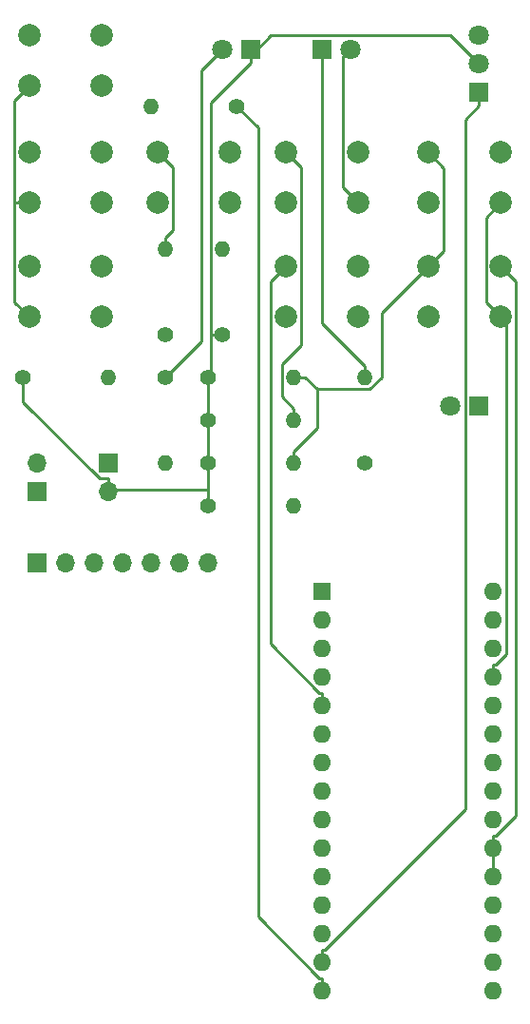
<source format=gbr>
%TF.GenerationSoftware,KiCad,Pcbnew,9.0.5*%
%TF.CreationDate,2025-11-06T21:16:11+01:00*%
%TF.ProjectId,telecomando,74656c65-636f-46d6-916e-646f2e6b6963,rev?*%
%TF.SameCoordinates,PX5e78920PY1360f00*%
%TF.FileFunction,Copper,L1,Top*%
%TF.FilePolarity,Positive*%
%FSLAX46Y46*%
G04 Gerber Fmt 4.6, Leading zero omitted, Abs format (unit mm)*
G04 Created by KiCad (PCBNEW 9.0.5) date 2025-11-06 21:16:11*
%MOMM*%
%LPD*%
G01*
G04 APERTURE LIST*
%TA.AperFunction,ComponentPad*%
%ADD10R,1.800000X1.800000*%
%TD*%
%TA.AperFunction,ComponentPad*%
%ADD11C,1.800000*%
%TD*%
%TA.AperFunction,ComponentPad*%
%ADD12R,1.700000X1.700000*%
%TD*%
%TA.AperFunction,ComponentPad*%
%ADD13O,1.700000X1.700000*%
%TD*%
%TA.AperFunction,ComponentPad*%
%ADD14C,1.400000*%
%TD*%
%TA.AperFunction,ComponentPad*%
%ADD15O,1.400000X1.400000*%
%TD*%
%TA.AperFunction,ComponentPad*%
%ADD16C,2.000000*%
%TD*%
%TA.AperFunction,ComponentPad*%
%ADD17R,1.600000X1.600000*%
%TD*%
%TA.AperFunction,ComponentPad*%
%ADD18O,1.600000X1.600000*%
%TD*%
%TA.AperFunction,Conductor*%
%ADD19C,0.250000*%
%TD*%
G04 APERTURE END LIST*
D10*
%TO.P,IR1,1,OUT*%
%TO.N,Net-(A1-D11)*%
X43180000Y-8890000D03*
D11*
%TO.P,IR1,2,GND*%
%TO.N,GND*%
X43180000Y-6350000D03*
%TO.P,IR1,3,VCC*%
%TO.N,VCC*%
X43180000Y-3810000D03*
%TD*%
D12*
%TO.P,J2,1,Pin_1*%
%TO.N,Net-(J2-Pin_1)*%
X10160000Y-41910000D03*
D13*
%TO.P,J2,2,Pin_2*%
%TO.N,GND*%
X10160000Y-44450000D03*
%TD*%
D10*
%TO.P,D1,1,K*%
%TO.N,GND*%
X22860000Y-5080000D03*
D11*
%TO.P,D1,2,A*%
%TO.N,Net-(D1-A)*%
X20320000Y-5080000D03*
%TD*%
D14*
%TO.P,R1,1*%
%TO.N,Net-(D1-A)*%
X15240000Y-34290000D03*
D15*
%TO.P,R1,2*%
%TO.N,Net-(A1-D3)*%
X15240000Y-41910000D03*
%TD*%
D12*
%TO.P,J1,1,Pin_1*%
%TO.N,Net-(A1-D10)*%
X3810000Y-50800000D03*
D13*
%TO.P,J1,2,Pin_2*%
%TO.N,Net-(A1-D9)*%
X6350000Y-50800000D03*
%TO.P,J1,3,Pin_3*%
%TO.N,Net-(A1-D8)*%
X8890000Y-50800000D03*
%TO.P,J1,4,Pin_4*%
%TO.N,Net-(A1-D7)*%
X11430000Y-50800000D03*
%TO.P,J1,5,Pin_5*%
%TO.N,Net-(A1-D6)*%
X13970000Y-50800000D03*
%TO.P,J1,6,Pin_6*%
%TO.N,Net-(A1-D5)*%
X16510000Y-50800000D03*
%TO.P,J1,7,Pin_7*%
%TO.N,Net-(A1-D4)*%
X19050000Y-50800000D03*
%TD*%
D14*
%TO.P,R9,1*%
%TO.N,GND*%
X33020000Y-41910000D03*
D15*
%TO.P,R9,2*%
%TO.N,Net-(D3-K)*%
X33020000Y-34290000D03*
%TD*%
D14*
%TO.P,R3,1*%
%TO.N,GND*%
X19050000Y-38100000D03*
D15*
%TO.P,R3,2*%
%TO.N,Net-(A1-A0)*%
X26670000Y-38100000D03*
%TD*%
D12*
%TO.P,J3,1,Pin_1*%
%TO.N,VCC*%
X3810000Y-44450000D03*
D13*
%TO.P,J3,2,Pin_2*%
%TO.N,Net-(J2-Pin_1)*%
X3810000Y-41910000D03*
%TD*%
D16*
%TO.P,SW_PSU1,1,1*%
%TO.N,Net-(A1-A0)*%
X25960000Y-14260000D03*
X32460000Y-14260000D03*
%TO.P,SW_PSU1,2,2*%
%TO.N,VCC*%
X25960000Y-18760000D03*
X32460000Y-18760000D03*
%TD*%
D14*
%TO.P,R8,1*%
%TO.N,GND*%
X2540000Y-34290000D03*
D15*
%TO.P,R8,2*%
%TO.N,Net-(A1-D2)*%
X10160000Y-34290000D03*
%TD*%
D17*
%TO.P,A1,1,D1/TX*%
%TO.N,unconnected-(A1-D1{slash}TX-Pad1)*%
X29210000Y-53340000D03*
D18*
%TO.P,A1,2,D0/RX*%
%TO.N,unconnected-(A1-D0{slash}RX-Pad2)*%
X29210000Y-55880000D03*
%TO.P,A1,3,~{RESET}*%
%TO.N,unconnected-(A1-~{RESET}-Pad3)*%
X29210000Y-58420000D03*
%TO.P,A1,4,GND*%
%TO.N,GND*%
X29210000Y-60960000D03*
%TO.P,A1,5,D2*%
%TO.N,Net-(A1-D2)*%
X29210000Y-63500000D03*
%TO.P,A1,6,D3*%
%TO.N,Net-(A1-D3)*%
X29210000Y-66040000D03*
%TO.P,A1,7,D4*%
%TO.N,Net-(A1-D4)*%
X29210000Y-68580000D03*
%TO.P,A1,8,D5*%
%TO.N,Net-(A1-D5)*%
X29210000Y-71120000D03*
%TO.P,A1,9,D6*%
%TO.N,Net-(A1-D6)*%
X29210000Y-73660000D03*
%TO.P,A1,10,D7*%
%TO.N,Net-(A1-D7)*%
X29210000Y-76200000D03*
%TO.P,A1,11,D8*%
%TO.N,Net-(A1-D8)*%
X29210000Y-78740000D03*
%TO.P,A1,12,D9*%
%TO.N,Net-(A1-D9)*%
X29210000Y-81280000D03*
%TO.P,A1,13,D10*%
%TO.N,Net-(A1-D10)*%
X29210000Y-83820000D03*
%TO.P,A1,14,D11*%
%TO.N,Net-(A1-D11)*%
X29210000Y-86360000D03*
%TO.P,A1,15,D12*%
%TO.N,Net-(A1-D12)*%
X29210000Y-88900000D03*
%TO.P,A1,16,D13*%
%TO.N,unconnected-(A1-D13-Pad16)*%
X44450000Y-88900000D03*
%TO.P,A1,17,3V3*%
%TO.N,unconnected-(A1-3V3-Pad17)*%
X44450000Y-86360000D03*
%TO.P,A1,18,AREF*%
%TO.N,unconnected-(A1-AREF-Pad18)*%
X44450000Y-83820000D03*
%TO.P,A1,19,A0*%
%TO.N,Net-(A1-A0)*%
X44450000Y-81280000D03*
%TO.P,A1,20,A1*%
%TO.N,Net-(A1-A1)*%
X44450000Y-78740000D03*
%TO.P,A1,21,A2*%
X44450000Y-76200000D03*
%TO.P,A1,22,A3*%
%TO.N,Net-(A1-A3)*%
X44450000Y-73660000D03*
%TO.P,A1,23,A4*%
%TO.N,Net-(A1-A4)*%
X44450000Y-71120000D03*
%TO.P,A1,24,A5*%
%TO.N,Net-(A1-A5)*%
X44450000Y-68580000D03*
%TO.P,A1,25,A6*%
%TO.N,unconnected-(A1-A6-Pad25)*%
X44450000Y-66040000D03*
%TO.P,A1,26,A7*%
%TO.N,unconnected-(A1-A7-Pad26)*%
X44450000Y-63500000D03*
%TO.P,A1,27,+5V*%
%TO.N,VCC*%
X44450000Y-60960000D03*
%TO.P,A1,28,~{RESET}*%
%TO.N,unconnected-(A1-~{RESET}-Pad28)*%
X44450000Y-58420000D03*
%TO.P,A1,29,GND*%
%TO.N,unconnected-(A1-GND-Pad29)*%
X44450000Y-55880000D03*
%TO.P,A1,30,VIN*%
%TO.N,unconnected-(A1-VIN-Pad30)*%
X44450000Y-53340000D03*
%TD*%
D16*
%TO.P,SW_VOLSU1,1,1*%
%TO.N,Net-(A1-A1)*%
X38660000Y-14260000D03*
X45160000Y-14260000D03*
%TO.P,SW_VOLSU1,2,2*%
%TO.N,VCC*%
X38660000Y-18760000D03*
X45160000Y-18760000D03*
%TD*%
D14*
%TO.P,R10,1*%
%TO.N,Net-(A1-D12)*%
X21590000Y-10160000D03*
D15*
%TO.P,R10,2*%
%TO.N,Net-(R10-Pad2)*%
X13970000Y-10160000D03*
%TD*%
D14*
%TO.P,R2,1*%
%TO.N,GND*%
X19050000Y-34290000D03*
D15*
%TO.P,R2,2*%
%TO.N,Net-(A1-A1)*%
X26670000Y-34290000D03*
%TD*%
D16*
%TO.P,SW_PGIU1,1,1*%
%TO.N,Net-(A1-D2)*%
X25960000Y-24420000D03*
X32460000Y-24420000D03*
%TO.P,SW_PGIU1,2,2*%
%TO.N,VCC*%
X25960000Y-28920000D03*
X32460000Y-28920000D03*
%TD*%
D14*
%TO.P,R7,1*%
%TO.N,GND*%
X20320000Y-30480000D03*
D15*
%TO.P,R7,2*%
%TO.N,Net-(A1-A4)*%
X20320000Y-22860000D03*
%TD*%
D16*
%TO.P,SW_TVGIU1,1,1*%
%TO.N,Net-(A1-A3)*%
X3100000Y-24420000D03*
X9600000Y-24420000D03*
%TO.P,SW_TVGIU1,2,2*%
%TO.N,VCC*%
X3100000Y-28920000D03*
X9600000Y-28920000D03*
%TD*%
%TO.P,SW_VOLGIU1,1,1*%
%TO.N,Net-(A1-A1)*%
X38660000Y-24420000D03*
X45160000Y-24420000D03*
%TO.P,SW_VOLGIU1,2,2*%
%TO.N,VCC*%
X38660000Y-28920000D03*
X45160000Y-28920000D03*
%TD*%
D10*
%TO.P,D3,1,K*%
%TO.N,Net-(D3-K)*%
X29210000Y-5080000D03*
D11*
%TO.P,D3,2,A*%
%TO.N,VCC*%
X31750000Y-5080000D03*
%TD*%
D16*
%TO.P,SW_TVSU1,1,1*%
%TO.N,Net-(A1-A4)*%
X3100000Y-14260000D03*
X9600000Y-14260000D03*
%TO.P,SW_TVSU1,2,2*%
%TO.N,VCC*%
X3100000Y-18760000D03*
X9600000Y-18760000D03*
%TD*%
%TO.P,SW_Power1,1,1*%
%TO.N,Net-(R10-Pad2)*%
X3100000Y-3810000D03*
X9600000Y-3810000D03*
%TO.P,SW_Power1,2,2*%
%TO.N,VCC*%
X3100000Y-8310000D03*
X9600000Y-8310000D03*
%TD*%
D10*
%TO.P,D2,1,K*%
%TO.N,GND*%
X43180000Y-36830000D03*
D11*
%TO.P,D2,2,A*%
%TO.N,Net-(D1-A)*%
X40640000Y-36830000D03*
%TD*%
D14*
%TO.P,R6,1*%
%TO.N,GND*%
X15240000Y-30480000D03*
D15*
%TO.P,R6,2*%
%TO.N,Net-(A1-A5)*%
X15240000Y-22860000D03*
%TD*%
D14*
%TO.P,R4,1*%
%TO.N,GND*%
X19050000Y-41910000D03*
D15*
%TO.P,R4,2*%
%TO.N,Net-(A1-A1)*%
X26670000Y-41910000D03*
%TD*%
D14*
%TO.P,R5,1*%
%TO.N,GND*%
X19050000Y-45720000D03*
D15*
%TO.P,R5,2*%
%TO.N,Net-(A1-A3)*%
X26670000Y-45720000D03*
%TD*%
D16*
%TO.P,SW_SOURCE1,1,1*%
%TO.N,Net-(A1-A5)*%
X14530000Y-14260000D03*
X21030000Y-14260000D03*
%TO.P,SW_SOURCE1,2,2*%
%TO.N,VCC*%
X14530000Y-18760000D03*
X21030000Y-18760000D03*
%TD*%
D19*
%TO.N,GND*%
X19294800Y-30480000D02*
X19294800Y-9870300D01*
X19294800Y-34045200D02*
X19294800Y-30480000D01*
X2540000Y-36462800D02*
X2540000Y-34290000D01*
X10160000Y-44290000D02*
X10160000Y-43274900D01*
X19294800Y-30480000D02*
X20320000Y-30480000D01*
X19050000Y-34290000D02*
X19050000Y-38100000D01*
X22860000Y-5080000D02*
X22860000Y-5642900D01*
X19050000Y-34290000D02*
X19294800Y-34045200D01*
X19050000Y-41910000D02*
X19050000Y-38100000D01*
X19294800Y-9870300D02*
X22860000Y-6305100D01*
X24670500Y-3832400D02*
X40662400Y-3832400D01*
X10160000Y-43274900D02*
X9352100Y-43274900D01*
X22860000Y-5642900D02*
X24670500Y-3832400D01*
X22860000Y-5642900D02*
X22860000Y-6305100D01*
X40662400Y-3832400D02*
X43180000Y-6350000D01*
X19050000Y-44290000D02*
X10160000Y-44290000D01*
X19050000Y-44290000D02*
X19050000Y-41910000D01*
X10160000Y-44450000D02*
X10160000Y-44290000D01*
X19050000Y-45720000D02*
X19050000Y-44290000D01*
X9352100Y-43274900D02*
X2540000Y-36462800D01*
%TO.N,Net-(D1-A)*%
X18412300Y-31117700D02*
X15240000Y-34290000D01*
X20320000Y-5080000D02*
X18412300Y-6987700D01*
X18412300Y-6987700D02*
X18412300Y-31117700D01*
%TO.N,Net-(A1-D11)*%
X29210000Y-85234900D02*
X29491300Y-85234900D01*
X41954900Y-72771300D02*
X41954900Y-11340200D01*
X29491300Y-85234900D02*
X41954900Y-72771300D01*
X43180000Y-8890000D02*
X43180000Y-10115100D01*
X41954900Y-11340200D02*
X43180000Y-10115100D01*
X29210000Y-86360000D02*
X29210000Y-85234900D01*
%TO.N,VCC*%
X3100000Y-18760000D02*
X1754100Y-18760000D01*
X43818000Y-27578000D02*
X45160000Y-28920000D01*
X1754100Y-27574100D02*
X1754100Y-18760000D01*
X3100000Y-28920000D02*
X1754100Y-27574100D01*
X31750000Y-5080000D02*
X31106100Y-5723900D01*
X1754100Y-9655900D02*
X3100000Y-8310000D01*
X31106100Y-5723900D02*
X31106100Y-17406100D01*
X45600500Y-29360500D02*
X45600500Y-58917500D01*
X44450000Y-60960000D02*
X44450000Y-59834900D01*
X44683100Y-59834900D02*
X44450000Y-59834900D01*
X31106100Y-17406100D02*
X32460000Y-18760000D01*
X45160000Y-18760000D02*
X43818000Y-20102000D01*
X1754100Y-18760000D02*
X1754100Y-9655900D01*
X45160000Y-28920000D02*
X45600500Y-29360500D01*
X45600500Y-58917500D02*
X44683100Y-59834900D01*
X43818000Y-20102000D02*
X43818000Y-27578000D01*
%TO.N,Net-(A1-D2)*%
X28928700Y-62374900D02*
X24598800Y-58045000D01*
X29210000Y-63500000D02*
X29210000Y-62374900D01*
X24598800Y-25781200D02*
X25960000Y-24420000D01*
X24598800Y-58045000D02*
X24598800Y-25781200D01*
X29210000Y-62374900D02*
X28928700Y-62374900D01*
%TO.N,Net-(D3-K)*%
X29210000Y-5080000D02*
X29210000Y-29454900D01*
X33020000Y-34290000D02*
X33020000Y-33264900D01*
X29210000Y-29454900D02*
X33020000Y-33264900D01*
%TO.N,Net-(A1-D12)*%
X28928700Y-87774900D02*
X29210000Y-87774900D01*
X23495100Y-82341300D02*
X28928700Y-87774900D01*
X21590000Y-10160000D02*
X23495100Y-12065100D01*
X29210000Y-88900000D02*
X29210000Y-87774900D01*
X23495100Y-12065100D02*
X23495100Y-82341300D01*
%TO.N,Net-(A1-A0)*%
X27319700Y-31427700D02*
X27319700Y-15619700D01*
X25625800Y-36030700D02*
X25625800Y-33121600D01*
X25625800Y-33121600D02*
X27319700Y-31427700D01*
X26670000Y-37074900D02*
X25625800Y-36030700D01*
X27319700Y-15619700D02*
X25960000Y-14260000D01*
X26670000Y-38100000D02*
X26670000Y-37074900D01*
%TO.N,Net-(A1-A1)*%
X33461300Y-35339300D02*
X28744400Y-35339300D01*
X34507700Y-28572300D02*
X34507700Y-34292900D01*
X44450000Y-75074900D02*
X44731300Y-75074900D01*
X44450000Y-78740000D02*
X44450000Y-76200000D01*
X38660000Y-14260000D02*
X40037200Y-15637200D01*
X26670000Y-34290000D02*
X27695100Y-34290000D01*
X44731300Y-75074900D02*
X46486300Y-73319900D01*
X44450000Y-76200000D02*
X44450000Y-75074900D01*
X40037200Y-23042800D02*
X38660000Y-24420000D01*
X46486300Y-25746300D02*
X45160000Y-24420000D01*
X26670000Y-41910000D02*
X26670000Y-40884900D01*
X28744400Y-35339300D02*
X27695100Y-34290000D01*
X34507700Y-34292900D02*
X33461300Y-35339300D01*
X38660000Y-24420000D02*
X34507700Y-28572300D01*
X28744400Y-38810500D02*
X28744400Y-35339300D01*
X40037200Y-15637200D02*
X40037200Y-23042800D01*
X26670000Y-40884900D02*
X28744400Y-38810500D01*
X46486300Y-73319900D02*
X46486300Y-25746300D01*
%TO.N,Net-(A1-A5)*%
X15871400Y-21203500D02*
X15871400Y-15601400D01*
X15871400Y-15601400D02*
X14530000Y-14260000D01*
X15240000Y-22860000D02*
X15240000Y-21834900D01*
X15240000Y-21834900D02*
X15871400Y-21203500D01*
%TD*%
M02*

</source>
